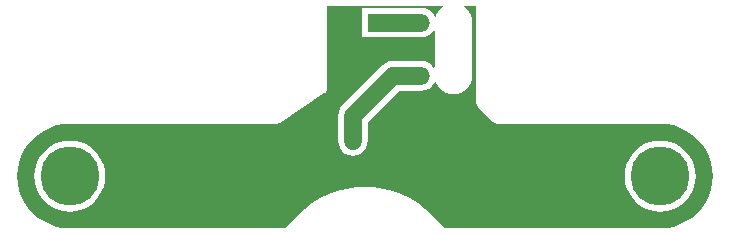
<source format=gbl>
G04 Layer_Physical_Order=2*
G04 Layer_Color=16711680*
%FSTAX24Y24*%
%MOIN*%
G70*
G01*
G75*
%ADD10C,0.0394*%
%ADD11C,0.0591*%
%ADD12C,0.1969*%
%ADD13O,0.0787X0.0591*%
%ADD14C,0.0591*%
%ADD15R,0.0591X0.0591*%
G36*
X031861Y034965D02*
Y032013D01*
X031878Y031926D01*
X031927Y031853D01*
X032419Y031361D01*
X032493Y031311D01*
X032579Y031294D01*
X037993D01*
X038004Y031297D01*
X03822Y031282D01*
X038444Y031238D01*
X03866Y031165D01*
X038865Y031064D01*
X039055Y030937D01*
X039227Y030786D01*
X039377Y030615D01*
X039504Y030425D01*
X039605Y03022D01*
X039678Y030004D01*
X039723Y02978D01*
X039737Y029564D01*
X039735Y029552D01*
X039737Y02954D01*
X039723Y029324D01*
X039678Y0291D01*
X039605Y028884D01*
X039504Y028679D01*
X039377Y028489D01*
X039227Y028318D01*
X039055Y028167D01*
X038865Y02804D01*
X03866Y027939D01*
X038444Y027866D01*
X03822Y027822D01*
X038042Y02781D01*
X037993Y02781D01*
Y02781D01*
X030767D01*
X030607Y028025D01*
X030397Y028256D01*
X030166Y028466D01*
X029916Y028651D01*
X029648Y028812D01*
X029366Y028945D01*
X029073Y02905D01*
X02877Y029126D01*
X028462Y029172D01*
X02815Y029187D01*
X027838Y029172D01*
X02753Y029126D01*
X027227Y02905D01*
X026934Y028945D01*
X026652Y028812D01*
X026384Y028651D01*
X026134Y028466D01*
X025903Y028256D01*
X025693Y028025D01*
X025533Y02781D01*
X018307D01*
X018296Y027807D01*
X01808Y027822D01*
X017856Y027866D01*
X01764Y027939D01*
X017435Y02804D01*
X017245Y028167D01*
X017073Y028318D01*
X016923Y028489D01*
X016796Y028679D01*
X016695Y028884D01*
X016622Y0291D01*
X016577Y029324D01*
X016563Y02954D01*
X016565Y029552D01*
X016563Y029564D01*
X016577Y02978D01*
X016622Y030004D01*
X016695Y03022D01*
X016796Y030425D01*
X016923Y030615D01*
X017073Y030786D01*
X017245Y030937D01*
X017435Y031064D01*
X01764Y031165D01*
X017856Y031238D01*
X01808Y031282D01*
X018296Y031297D01*
X018307Y031294D01*
X025197D01*
X025219Y031299D01*
X025241Y031299D01*
X025262Y031307D01*
X025284Y031311D01*
X025302Y031324D01*
X025323Y031332D01*
X026799Y032317D01*
X026815Y032332D01*
X026834Y032345D01*
X026846Y032363D01*
X026862Y032379D01*
X02687Y0324D01*
X026883Y032418D01*
X026887Y03244D01*
X026895Y03246D01*
X026895Y032483D01*
X0269Y032505D01*
Y035231D01*
X030747D01*
X030755Y0352D01*
X030755Y035181D01*
X030665Y035107D01*
X030588Y035014D01*
X030531Y034907D01*
X03052Y034871D01*
X030471Y034869D01*
X03045Y034918D01*
X030371Y035021D01*
X030268Y0351D01*
X030149Y03515D01*
X03002Y035166D01*
X028552D01*
X028519Y035162D01*
X028059D01*
Y034702D01*
X028055Y03467D01*
X028059Y034638D01*
Y034178D01*
X028519D01*
X028552Y034174D01*
X03002D01*
X030149Y034191D01*
X030268Y03424D01*
X030371Y034319D01*
X030433Y0344D01*
X030483Y034383D01*
Y033186D01*
X030433Y033169D01*
X030371Y033249D01*
X030268Y033328D01*
X030149Y033378D01*
X03002Y033395D01*
X029089D01*
X028961Y033378D01*
X028841Y033328D01*
X028738Y033249D01*
X027397Y031909D01*
X027319Y031806D01*
X027269Y031686D01*
X027252Y031558D01*
Y030733D01*
X027269Y030605D01*
X027319Y030485D01*
X027397Y030382D01*
X0275Y030303D01*
X02762Y030254D01*
X027748Y030237D01*
X027877Y030254D01*
X027997Y030303D01*
X028099Y030382D01*
X028178Y030485D01*
X028228Y030605D01*
X028245Y030733D01*
Y031352D01*
X029295Y032402D01*
X03002D01*
X030149Y032419D01*
X030268Y032469D01*
X030371Y032547D01*
X03045Y03265D01*
X030471Y0327D01*
X03052Y032697D01*
X030531Y032662D01*
X030588Y032555D01*
X030665Y032461D01*
X030759Y032384D01*
X030866Y032327D01*
X030982Y032292D01*
X031103Y03228D01*
X031223Y032292D01*
X031339Y032327D01*
X031446Y032384D01*
X03154Y032461D01*
X031617Y032555D01*
X031674Y032662D01*
X031709Y032778D01*
X03172Y032885D01*
X031723Y032898D01*
Y03467D01*
X03172Y034684D01*
X031709Y034791D01*
X031674Y034907D01*
X031617Y035014D01*
X03154Y035107D01*
X03145Y035181D01*
X03145Y0352D01*
X031458Y035231D01*
X031861D01*
Y034965D01*
D02*
G37*
%LPC*%
G36*
X037993Y030737D02*
X037807Y030722D01*
X037626Y030679D01*
X037455Y030608D01*
X037296Y03051D01*
X037155Y03039D01*
X037034Y030248D01*
X036937Y03009D01*
X036866Y029918D01*
X036822Y029737D01*
X036808Y029552D01*
X036822Y029367D01*
X036866Y029186D01*
X036937Y029014D01*
X037034Y028856D01*
X037155Y028714D01*
X037296Y028593D01*
X037455Y028496D01*
X037626Y028425D01*
X037807Y028382D01*
X037993Y028367D01*
X038178Y028382D01*
X038359Y028425D01*
X03853Y028496D01*
X038689Y028593D01*
X03883Y028714D01*
X038951Y028856D01*
X039048Y029014D01*
X039119Y029186D01*
X039163Y029367D01*
X039177Y029552D01*
X039163Y029737D01*
X039119Y029918D01*
X039048Y03009D01*
X038951Y030248D01*
X03883Y03039D01*
X038689Y03051D01*
X03853Y030608D01*
X038359Y030679D01*
X038178Y030722D01*
X037993Y030737D01*
D02*
G37*
G36*
X018307D02*
X018122Y030722D01*
X017941Y030679D01*
X01777Y030608D01*
X017611Y03051D01*
X01747Y03039D01*
X017349Y030248D01*
X017252Y03009D01*
X017181Y029918D01*
X017137Y029737D01*
X017123Y029552D01*
X017137Y029367D01*
X017181Y029186D01*
X017252Y029014D01*
X017349Y028856D01*
X01747Y028714D01*
X017611Y028593D01*
X01777Y028496D01*
X017941Y028425D01*
X018122Y028382D01*
X018307Y028367D01*
X018493Y028382D01*
X018674Y028425D01*
X018845Y028496D01*
X019004Y028593D01*
X019145Y028714D01*
X019266Y028856D01*
X019363Y029014D01*
X019434Y029186D01*
X019478Y029367D01*
X019492Y029552D01*
X019478Y029737D01*
X019434Y029918D01*
X019363Y03009D01*
X019266Y030248D01*
X019145Y03039D01*
X019004Y03051D01*
X018845Y030608D01*
X018674Y030679D01*
X018493Y030722D01*
X018307Y030737D01*
D02*
G37*
%LPD*%
D10*
X026378Y030241D02*
X026969Y02965D01*
X02815D01*
X028552Y030052D01*
Y030733D01*
X027847Y033784D02*
X029626D01*
X027748Y033883D02*
X027847Y033784D01*
X027748Y033883D02*
Y03467D01*
Y03278D02*
Y033883D01*
X026378Y030241D02*
Y031409D01*
X027748Y03278D01*
D11*
X028552Y03467D02*
X029922D01*
X027748Y030733D02*
Y031558D01*
X029089Y032898D01*
X029922D01*
D12*
X037993Y029552D02*
D03*
X018307D02*
D03*
D13*
X029922Y03467D02*
D03*
Y033784D02*
D03*
Y032898D02*
D03*
D14*
X028552Y030733D02*
D03*
X027748D02*
D03*
Y03467D02*
D03*
D15*
X028552D02*
D03*
M02*

</source>
